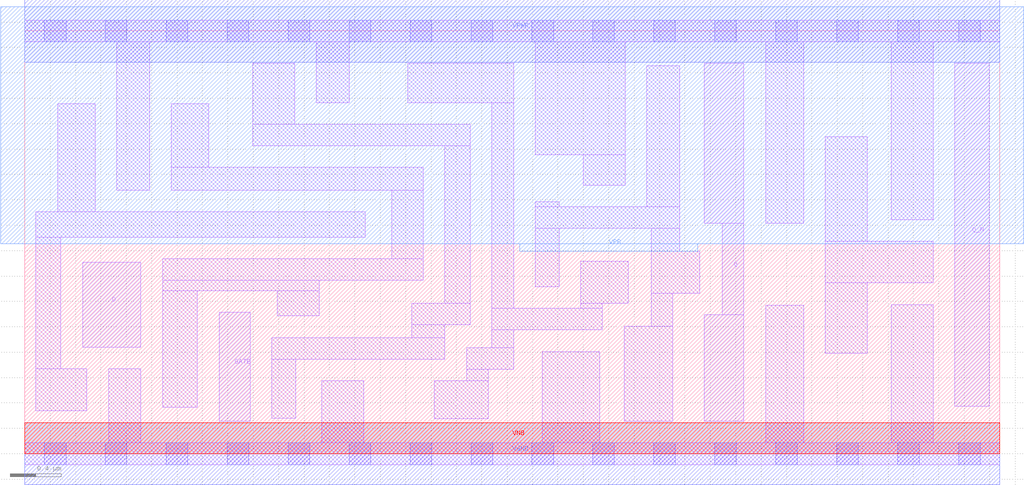
<source format=lef>
# Copyright 2020 The SkyWater PDK Authors
#
# Licensed under the Apache License, Version 2.0 (the "License");
# you may not use this file except in compliance with the License.
# You may obtain a copy of the License at
#
#     https://www.apache.org/licenses/LICENSE-2.0
#
# Unless required by applicable law or agreed to in writing, software
# distributed under the License is distributed on an "AS IS" BASIS,
# WITHOUT WARRANTIES OR CONDITIONS OF ANY KIND, either express or implied.
# See the License for the specific language governing permissions and
# limitations under the License.
#
# SPDX-License-Identifier: Apache-2.0

VERSION 5.7 ;
  NOWIREEXTENSIONATPIN ON ;
  DIVIDERCHAR "/" ;
  BUSBITCHARS "[]" ;
MACRO sky130_fd_sc_lp__dlxbp_1
  CLASS CORE ;
  FOREIGN sky130_fd_sc_lp__dlxbp_1 ;
  ORIGIN  0.000000  0.000000 ;
  SIZE  7.680000 BY  3.330000 ;
  SYMMETRY X Y R90 ;
  SITE unit ;
  PIN D
    ANTENNAGATEAREA  0.159000 ;
    DIRECTION INPUT ;
    USE SIGNAL ;
    PORT
      LAYER li1 ;
        RECT 0.455000 0.840000 0.915000 1.510000 ;
    END
  END D
  PIN Q
    ANTENNADIFFAREA  0.556500 ;
    DIRECTION OUTPUT ;
    USE SIGNAL ;
    PORT
      LAYER li1 ;
        RECT 5.350000 0.255000 5.665000 1.095000 ;
        RECT 5.350000 1.815000 5.665000 3.075000 ;
        RECT 5.495000 1.095000 5.665000 1.815000 ;
    END
  END Q
  PIN Q_N
    ANTENNADIFFAREA  0.556500 ;
    DIRECTION OUTPUT ;
    USE SIGNAL ;
    PORT
      LAYER li1 ;
        RECT 7.325000 0.375000 7.595000 3.075000 ;
    END
  END Q_N
  PIN GATE
    ANTENNAGATEAREA  0.159000 ;
    DIRECTION INPUT ;
    USE CLOCK ;
    PORT
      LAYER li1 ;
        RECT 1.530000 0.255000 1.775000 1.115000 ;
    END
  END GATE
  PIN VGND
    DIRECTION INOUT ;
    USE GROUND ;
    PORT
      LAYER met1 ;
        RECT 0.000000 -0.245000 7.680000 0.245000 ;
    END
  END VGND
  PIN VNB
    DIRECTION INOUT ;
    USE GROUND ;
    PORT
      LAYER pwell ;
        RECT 0.000000 0.000000 7.680000 0.245000 ;
    END
  END VNB
  PIN VPB
    DIRECTION INOUT ;
    USE POWER ;
    PORT
      LAYER nwell ;
        RECT -0.190000 1.655000 7.870000 3.520000 ;
        RECT  3.900000 1.595000 5.300000 1.655000 ;
    END
  END VPB
  PIN VPWR
    DIRECTION INOUT ;
    USE POWER ;
    PORT
      LAYER met1 ;
        RECT 0.000000 3.085000 7.680000 3.575000 ;
    END
  END VPWR
  OBS
    LAYER li1 ;
      RECT 0.000000 -0.085000 7.680000 0.085000 ;
      RECT 0.000000  3.245000 7.680000 3.415000 ;
      RECT 0.085000  0.340000 0.490000 0.670000 ;
      RECT 0.085000  0.670000 0.285000 1.705000 ;
      RECT 0.085000  1.705000 2.680000 1.905000 ;
      RECT 0.260000  1.905000 0.555000 2.755000 ;
      RECT 0.660000  0.085000 0.915000 0.670000 ;
      RECT 0.725000  2.075000 0.985000 3.245000 ;
      RECT 1.085000  0.365000 1.360000 1.285000 ;
      RECT 1.085000  1.285000 2.320000 1.365000 ;
      RECT 1.085000  1.365000 3.140000 1.535000 ;
      RECT 1.155000  2.075000 3.140000 2.255000 ;
      RECT 1.155000  2.255000 1.450000 2.755000 ;
      RECT 1.795000  2.425000 3.510000 2.595000 ;
      RECT 1.795000  2.595000 2.125000 3.075000 ;
      RECT 1.945000  0.280000 2.135000 0.745000 ;
      RECT 1.945000  0.745000 3.310000 0.915000 ;
      RECT 1.990000  1.085000 2.320000 1.285000 ;
      RECT 2.295000  2.765000 2.555000 3.245000 ;
      RECT 2.340000  0.085000 2.670000 0.575000 ;
      RECT 2.890000  1.535000 3.140000 2.075000 ;
      RECT 3.015000  2.765000 3.850000 3.075000 ;
      RECT 3.050000  0.915000 3.310000 1.015000 ;
      RECT 3.050000  1.015000 3.510000 1.185000 ;
      RECT 3.225000  0.275000 3.650000 0.575000 ;
      RECT 3.310000  1.185000 3.510000 2.425000 ;
      RECT 3.480000  0.575000 3.650000 0.665000 ;
      RECT 3.480000  0.665000 3.850000 0.835000 ;
      RECT 3.680000  0.835000 3.850000 0.975000 ;
      RECT 3.680000  0.975000 4.550000 1.145000 ;
      RECT 3.680000  1.145000 3.850000 2.765000 ;
      RECT 4.020000  1.315000 4.210000 1.775000 ;
      RECT 4.020000  1.775000 5.160000 1.945000 ;
      RECT 4.020000  1.945000 4.210000 1.985000 ;
      RECT 4.020000  2.355000 4.730000 3.245000 ;
      RECT 4.075000  0.085000 4.530000 0.805000 ;
      RECT 4.380000  1.145000 4.550000 1.185000 ;
      RECT 4.380000  1.185000 4.755000 1.515000 ;
      RECT 4.400000  2.115000 4.730000 2.355000 ;
      RECT 4.720000  0.255000 5.105000 1.005000 ;
      RECT 4.900000  1.945000 5.160000 3.055000 ;
      RECT 4.935000  1.005000 5.105000 1.265000 ;
      RECT 4.935000  1.265000 5.315000 1.595000 ;
      RECT 4.935000  1.595000 5.160000 1.775000 ;
      RECT 5.835000  0.085000 6.135000 1.170000 ;
      RECT 5.835000  1.815000 6.135000 3.245000 ;
      RECT 6.305000  0.790000 6.635000 1.345000 ;
      RECT 6.305000  1.345000 7.155000 1.675000 ;
      RECT 6.305000  1.675000 6.635000 2.495000 ;
      RECT 6.825000  0.085000 7.155000 1.175000 ;
      RECT 6.825000  1.845000 7.155000 3.245000 ;
    LAYER mcon ;
      RECT 0.155000 -0.085000 0.325000 0.085000 ;
      RECT 0.155000  3.245000 0.325000 3.415000 ;
      RECT 0.635000 -0.085000 0.805000 0.085000 ;
      RECT 0.635000  3.245000 0.805000 3.415000 ;
      RECT 1.115000 -0.085000 1.285000 0.085000 ;
      RECT 1.115000  3.245000 1.285000 3.415000 ;
      RECT 1.595000 -0.085000 1.765000 0.085000 ;
      RECT 1.595000  3.245000 1.765000 3.415000 ;
      RECT 2.075000 -0.085000 2.245000 0.085000 ;
      RECT 2.075000  3.245000 2.245000 3.415000 ;
      RECT 2.555000 -0.085000 2.725000 0.085000 ;
      RECT 2.555000  3.245000 2.725000 3.415000 ;
      RECT 3.035000 -0.085000 3.205000 0.085000 ;
      RECT 3.035000  3.245000 3.205000 3.415000 ;
      RECT 3.515000 -0.085000 3.685000 0.085000 ;
      RECT 3.515000  3.245000 3.685000 3.415000 ;
      RECT 3.995000 -0.085000 4.165000 0.085000 ;
      RECT 3.995000  3.245000 4.165000 3.415000 ;
      RECT 4.475000 -0.085000 4.645000 0.085000 ;
      RECT 4.475000  3.245000 4.645000 3.415000 ;
      RECT 4.955000 -0.085000 5.125000 0.085000 ;
      RECT 4.955000  3.245000 5.125000 3.415000 ;
      RECT 5.435000 -0.085000 5.605000 0.085000 ;
      RECT 5.435000  3.245000 5.605000 3.415000 ;
      RECT 5.915000 -0.085000 6.085000 0.085000 ;
      RECT 5.915000  3.245000 6.085000 3.415000 ;
      RECT 6.395000 -0.085000 6.565000 0.085000 ;
      RECT 6.395000  3.245000 6.565000 3.415000 ;
      RECT 6.875000 -0.085000 7.045000 0.085000 ;
      RECT 6.875000  3.245000 7.045000 3.415000 ;
      RECT 7.355000 -0.085000 7.525000 0.085000 ;
      RECT 7.355000  3.245000 7.525000 3.415000 ;
  END
END sky130_fd_sc_lp__dlxbp_1
END LIBRARY

</source>
